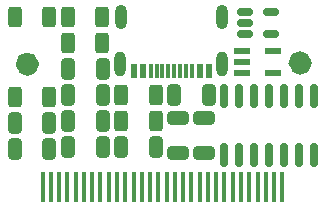
<source format=gbr>
%TF.GenerationSoftware,KiCad,Pcbnew,(6.0.7)*%
%TF.CreationDate,2023-09-19T20:50:44-05:00*%
%TF.ProjectId,CounterProject,436f756e-7465-4725-9072-6f6a6563742e,rev?*%
%TF.SameCoordinates,Original*%
%TF.FileFunction,Paste,Top*%
%TF.FilePolarity,Positive*%
%FSLAX46Y46*%
G04 Gerber Fmt 4.6, Leading zero omitted, Abs format (unit mm)*
G04 Created by KiCad (PCBNEW (6.0.7)) date 2023-09-19 20:50:44*
%MOMM*%
%LPD*%
G01*
G04 APERTURE LIST*
G04 Aperture macros list*
%AMRoundRect*
0 Rectangle with rounded corners*
0 $1 Rounding radius*
0 $2 $3 $4 $5 $6 $7 $8 $9 X,Y pos of 4 corners*
0 Add a 4 corners polygon primitive as box body*
4,1,4,$2,$3,$4,$5,$6,$7,$8,$9,$2,$3,0*
0 Add four circle primitives for the rounded corners*
1,1,$1+$1,$2,$3*
1,1,$1+$1,$4,$5*
1,1,$1+$1,$6,$7*
1,1,$1+$1,$8,$9*
0 Add four rect primitives between the rounded corners*
20,1,$1+$1,$2,$3,$4,$5,0*
20,1,$1+$1,$4,$5,$6,$7,0*
20,1,$1+$1,$6,$7,$8,$9,0*
20,1,$1+$1,$8,$9,$2,$3,0*%
G04 Aperture macros list end*
%ADD10C,0.980539*%
%ADD11RoundRect,0.250000X0.325000X0.650000X-0.325000X0.650000X-0.325000X-0.650000X0.325000X-0.650000X0*%
%ADD12RoundRect,0.150000X-0.512500X-0.150000X0.512500X-0.150000X0.512500X0.150000X-0.512500X0.150000X0*%
%ADD13RoundRect,0.250000X-0.312500X-0.625000X0.312500X-0.625000X0.312500X0.625000X-0.312500X0.625000X0*%
%ADD14RoundRect,0.250000X0.312500X0.625000X-0.312500X0.625000X-0.312500X-0.625000X0.312500X-0.625000X0*%
%ADD15RoundRect,0.250000X-0.650000X0.325000X-0.650000X-0.325000X0.650000X-0.325000X0.650000X0.325000X0*%
%ADD16RoundRect,0.100000X0.100000X1.170000X-0.100000X1.170000X-0.100000X-1.170000X0.100000X-1.170000X0*%
%ADD17RoundRect,0.250000X0.650000X-0.325000X0.650000X0.325000X-0.650000X0.325000X-0.650000X-0.325000X0*%
%ADD18R,1.320800X0.508000*%
%ADD19O,0.990600X2.100000*%
%ADD20O,0.990600X2.108200*%
%ADD21R,0.584200X1.143000*%
%ADD22R,0.304800X1.143000*%
%ADD23RoundRect,0.150000X0.150000X-0.825000X0.150000X0.825000X-0.150000X0.825000X-0.150000X-0.825000X0*%
%ADD24RoundRect,0.250000X-0.325000X-0.650000X0.325000X-0.650000X0.325000X0.650000X-0.325000X0.650000X0*%
G04 APERTURE END LIST*
D10*
X161290269Y-26600000D02*
G75*
G03*
X161290269Y-26600000I-490269J0D01*
G01*
X184390269Y-26500000D02*
G75*
G03*
X184390269Y-26500000I-490269J0D01*
G01*
D11*
%TO.C,C7*%
X162675000Y-31600000D03*
X159725000Y-31600000D03*
%TD*%
D12*
%TO.C,U3*%
X179200000Y-22150000D03*
X179200000Y-23100000D03*
X179200000Y-24050000D03*
X181475000Y-24050000D03*
X181475000Y-22150000D03*
%TD*%
D13*
%TO.C,R7*%
X159737500Y-22600000D03*
X162662500Y-22600000D03*
%TD*%
D11*
%TO.C,C2*%
X167175000Y-29200000D03*
X164225000Y-29200000D03*
%TD*%
%TO.C,C9*%
X162675000Y-33800000D03*
X159725000Y-33800000D03*
%TD*%
D14*
%TO.C,R3*%
X171662500Y-29200000D03*
X168737500Y-29200000D03*
%TD*%
D15*
%TO.C,C8*%
X173600000Y-31125000D03*
X173600000Y-34075000D03*
%TD*%
D16*
%TO.C,U4*%
X182400000Y-37000000D03*
X181700000Y-37000000D03*
X181000000Y-37000000D03*
X180300000Y-37000000D03*
X179600000Y-37000000D03*
X178900000Y-37000000D03*
X178200000Y-37000000D03*
X177500000Y-37000000D03*
X176800000Y-37000000D03*
X176100000Y-37000000D03*
X175400000Y-37000000D03*
X174700000Y-37000000D03*
X174000000Y-37000000D03*
X173300000Y-37000000D03*
X172600000Y-37000000D03*
X171900000Y-37000000D03*
X171200000Y-37000000D03*
X170500000Y-37000000D03*
X169800000Y-37000000D03*
X169100000Y-37000000D03*
X168400000Y-37000000D03*
X167700000Y-37000000D03*
X167000000Y-37000000D03*
X166300000Y-37000000D03*
X165600000Y-37000000D03*
X164900000Y-37000000D03*
X164200000Y-37000000D03*
X163500000Y-37000000D03*
X162800000Y-37000000D03*
X162100000Y-37000000D03*
%TD*%
D17*
%TO.C,C1*%
X175800000Y-34075000D03*
X175800000Y-31125000D03*
%TD*%
D11*
%TO.C,C4*%
X167175000Y-33600000D03*
X164225000Y-33600000D03*
%TD*%
%TO.C,C6*%
X171675000Y-33600000D03*
X168725000Y-33600000D03*
%TD*%
D13*
%TO.C,R2*%
X159737500Y-29400000D03*
X162662500Y-29400000D03*
%TD*%
%TO.C,R4*%
X164237500Y-24800000D03*
X167162500Y-24800000D03*
%TD*%
D11*
%TO.C,C5*%
X176175000Y-29200000D03*
X173225000Y-29200000D03*
%TD*%
D18*
%TO.C,U2*%
X179004600Y-25449999D03*
X179004600Y-26400000D03*
X179004600Y-27350001D03*
X181595400Y-27350001D03*
X181595400Y-25449999D03*
%TD*%
D11*
%TO.C,C3*%
X167175000Y-27000000D03*
X164225000Y-27000000D03*
%TD*%
D13*
%TO.C,R8*%
X164237500Y-22600000D03*
X167162500Y-22600000D03*
%TD*%
D14*
%TO.C,R1*%
X171662500Y-31400000D03*
X168737500Y-31400000D03*
%TD*%
D19*
%TO.C,J1*%
X177300000Y-22600000D03*
X168700000Y-22600000D03*
D20*
X177320002Y-26610800D03*
X168679998Y-26610800D03*
D21*
X176200000Y-27185800D03*
X175400001Y-27185800D03*
D22*
X174250000Y-27185800D03*
X173250000Y-27185800D03*
X172750000Y-27185800D03*
X171750000Y-27185800D03*
D21*
X169800000Y-27185800D03*
X170599999Y-27185800D03*
D22*
X171250001Y-27185800D03*
X172249999Y-27185800D03*
X173750001Y-27185800D03*
X174749999Y-27185800D03*
%TD*%
D23*
%TO.C,U1*%
X177490000Y-34275000D03*
X178760000Y-34275000D03*
X180030000Y-34275000D03*
X181300000Y-34275000D03*
X182570000Y-34275000D03*
X183840000Y-34275000D03*
X185110000Y-34275000D03*
X185110000Y-29325000D03*
X183840000Y-29325000D03*
X182570000Y-29325000D03*
X181300000Y-29325000D03*
X180030000Y-29325000D03*
X178760000Y-29325000D03*
X177490000Y-29325000D03*
%TD*%
D24*
%TO.C,C10*%
X164225000Y-31400000D03*
X167175000Y-31400000D03*
%TD*%
M02*

</source>
